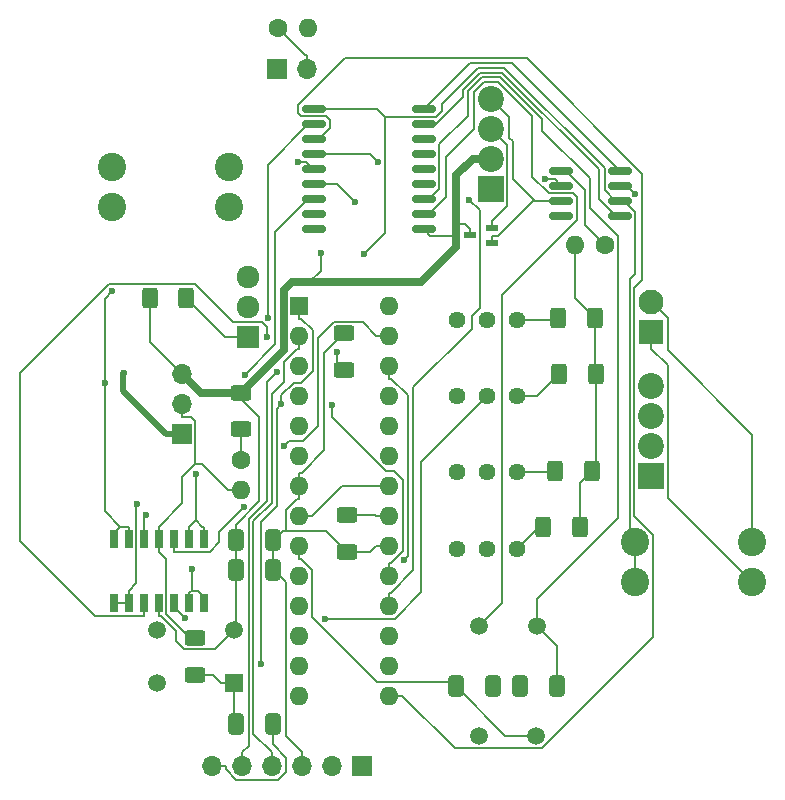
<source format=gbr>
%TF.GenerationSoftware,KiCad,Pcbnew,8.0.1-rc1*%
%TF.CreationDate,2024-08-05T15:18:58-07:00*%
%TF.ProjectId,AMS - CANBus Sensor - Voltage,414d5320-2d20-4434-914e-427573205365,rev?*%
%TF.SameCoordinates,Original*%
%TF.FileFunction,Copper,L2,Bot*%
%TF.FilePolarity,Positive*%
%FSLAX46Y46*%
G04 Gerber Fmt 4.6, Leading zero omitted, Abs format (unit mm)*
G04 Created by KiCad (PCBNEW 8.0.1-rc1) date 2024-08-05 15:18:58*
%MOMM*%
%LPD*%
G01*
G04 APERTURE LIST*
G04 Aperture macros list*
%AMRoundRect*
0 Rectangle with rounded corners*
0 $1 Rounding radius*
0 $2 $3 $4 $5 $6 $7 $8 $9 X,Y pos of 4 corners*
0 Add a 4 corners polygon primitive as box body*
4,1,4,$2,$3,$4,$5,$6,$7,$8,$9,$2,$3,0*
0 Add four circle primitives for the rounded corners*
1,1,$1+$1,$2,$3*
1,1,$1+$1,$4,$5*
1,1,$1+$1,$6,$7*
1,1,$1+$1,$8,$9*
0 Add four rect primitives between the rounded corners*
20,1,$1+$1,$2,$3,$4,$5,0*
20,1,$1+$1,$4,$5,$6,$7,0*
20,1,$1+$1,$6,$7,$8,$9,0*
20,1,$1+$1,$8,$9,$2,$3,0*%
G04 Aperture macros list end*
%TA.AperFunction,ComponentPad*%
%ADD10C,1.440000*%
%TD*%
%TA.AperFunction,ComponentPad*%
%ADD11R,2.100000X2.100000*%
%TD*%
%TA.AperFunction,ComponentPad*%
%ADD12C,2.100000*%
%TD*%
%TA.AperFunction,ComponentPad*%
%ADD13C,1.600000*%
%TD*%
%TA.AperFunction,ComponentPad*%
%ADD14O,1.600000X1.600000*%
%TD*%
%TA.AperFunction,ComponentPad*%
%ADD15R,2.200000X2.200000*%
%TD*%
%TA.AperFunction,ComponentPad*%
%ADD16C,2.200000*%
%TD*%
%TA.AperFunction,ComponentPad*%
%ADD17R,1.700000X1.700000*%
%TD*%
%TA.AperFunction,ComponentPad*%
%ADD18O,1.700000X1.700000*%
%TD*%
%TA.AperFunction,ComponentPad*%
%ADD19C,2.400000*%
%TD*%
%TA.AperFunction,ComponentPad*%
%ADD20R,1.600000X1.600000*%
%TD*%
%TA.AperFunction,ComponentPad*%
%ADD21R,1.920000X1.920000*%
%TD*%
%TA.AperFunction,ComponentPad*%
%ADD22C,1.920000*%
%TD*%
%TA.AperFunction,ComponentPad*%
%ADD23C,1.500000*%
%TD*%
%TA.AperFunction,ComponentPad*%
%ADD24R,1.500000X1.500000*%
%TD*%
%TA.AperFunction,SMDPad,CuDef*%
%ADD25RoundRect,0.250000X-0.412500X-0.650000X0.412500X-0.650000X0.412500X0.650000X-0.412500X0.650000X0*%
%TD*%
%TA.AperFunction,SMDPad,CuDef*%
%ADD26RoundRect,0.150000X0.825000X0.150000X-0.825000X0.150000X-0.825000X-0.150000X0.825000X-0.150000X0*%
%TD*%
%TA.AperFunction,SMDPad,CuDef*%
%ADD27RoundRect,0.250000X-0.400000X-0.625000X0.400000X-0.625000X0.400000X0.625000X-0.400000X0.625000X0*%
%TD*%
%TA.AperFunction,SMDPad,CuDef*%
%ADD28RoundRect,0.250000X0.400000X0.625000X-0.400000X0.625000X-0.400000X-0.625000X0.400000X-0.625000X0*%
%TD*%
%TA.AperFunction,SMDPad,CuDef*%
%ADD29RoundRect,0.250000X-0.625000X0.400000X-0.625000X-0.400000X0.625000X-0.400000X0.625000X0.400000X0*%
%TD*%
%TA.AperFunction,SMDPad,CuDef*%
%ADD30RoundRect,0.250000X0.412500X0.650000X-0.412500X0.650000X-0.412500X-0.650000X0.412500X-0.650000X0*%
%TD*%
%TA.AperFunction,SMDPad,CuDef*%
%ADD31RoundRect,0.150000X0.875000X0.150000X-0.875000X0.150000X-0.875000X-0.150000X0.875000X-0.150000X0*%
%TD*%
%TA.AperFunction,SMDPad,CuDef*%
%ADD32R,0.650000X1.525000*%
%TD*%
%TA.AperFunction,SMDPad,CuDef*%
%ADD33RoundRect,0.250000X0.625000X-0.400000X0.625000X0.400000X-0.625000X0.400000X-0.625000X-0.400000X0*%
%TD*%
%TA.AperFunction,SMDPad,CuDef*%
%ADD34R,1.000000X0.550000*%
%TD*%
%TA.AperFunction,ViaPad*%
%ADD35C,0.600000*%
%TD*%
%TA.AperFunction,Conductor*%
%ADD36C,0.635000*%
%TD*%
%TA.AperFunction,Conductor*%
%ADD37C,0.200000*%
%TD*%
%TA.AperFunction,Conductor*%
%ADD38C,0.508000*%
%TD*%
G04 APERTURE END LIST*
D10*
%TO.P,RV2,1,1*%
%TO.N,Net-(J2-Pin_2)*%
X154274400Y-95885200D03*
%TO.P,RV2,2,2*%
%TO.N,/BufferedADC/ADCIN2*%
X156814400Y-95885200D03*
%TO.P,RV2,3,3*%
%TO.N,Net-(R9-Pad1)*%
X159354400Y-95885200D03*
%TD*%
D11*
%TO.P,J6,1,Pin_1*%
%TO.N,Net-(J6-Pin_1)*%
X170718000Y-84022300D03*
D12*
%TO.P,J6,2,Pin_2*%
%TO.N,Net-(J6-Pin_2)*%
X170718000Y-81482300D03*
%TD*%
D10*
%TO.P,RV3,1,1*%
%TO.N,Net-(J2-Pin_3)*%
X154274400Y-89435200D03*
%TO.P,RV3,2,2*%
%TO.N,/BufferedADC/ADCIN3*%
X156814400Y-89435200D03*
%TO.P,RV3,3,3*%
%TO.N,Net-(R8-Pad1)*%
X159354400Y-89435200D03*
%TD*%
D13*
%TO.P,R7,1*%
%TO.N,Net-(J5-Pin_2)*%
X139116100Y-58260700D03*
D14*
%TO.P,R7,2*%
%TO.N,CANBUS_L*%
X141656100Y-58260700D03*
%TD*%
D15*
%TO.P,J1,1,Pin_1*%
%TO.N,Net-(J1-Pin_1)*%
X157148000Y-71872800D03*
D16*
%TO.P,J1,2,Pin_2*%
%TO.N,GND*%
X157148000Y-69332800D03*
%TO.P,J1,3,Pin_3*%
%TO.N,CANBUS_H*%
X157148000Y-66792800D03*
%TO.P,J1,4,Pin_4*%
%TO.N,CANBUS_L*%
X157148000Y-64252800D03*
%TD*%
D13*
%TO.P,NTC1,1*%
%TO.N,/BareMinAtmel328P/PC0-A0*%
X135965600Y-94809500D03*
D14*
%TO.P,NTC1,2*%
%TO.N,+5V*%
X135965600Y-97349500D03*
%TD*%
D17*
%TO.P,J3,1,Pin_1*%
%TO.N,GND*%
X146254600Y-120744200D03*
D18*
%TO.P,J3,2,Pin_2*%
%TO.N,unconnected-(J3-Pin_2-Pad2)*%
X143714600Y-120744200D03*
%TO.P,J3,3,Pin_3*%
%TO.N,+5V*%
X141174600Y-120744200D03*
%TO.P,J3,4,Pin_4*%
%TO.N,/BareMinAtmel328P/PD0-RX*%
X138634600Y-120744200D03*
%TO.P,J3,5,Pin_5*%
%TO.N,/BareMinAtmel328P/PD1-TX*%
X136094600Y-120744200D03*
%TO.P,J3,6,Pin_6*%
%TO.N,Net-(J3-Pin_6)*%
X133554600Y-120744200D03*
%TD*%
D10*
%TO.P,RV1,1,1*%
%TO.N,Net-(J2-Pin_1)*%
X154274400Y-102335200D03*
%TO.P,RV1,2,2*%
%TO.N,/BufferedADC/ADCIN1*%
X156814400Y-102335200D03*
%TO.P,RV1,3,3*%
%TO.N,Net-(R14-Pad1)*%
X159354400Y-102335200D03*
%TD*%
D19*
%TO.P,U5,1,1*%
%TO.N,Net-(Q1-Pad3)*%
X134999500Y-70018000D03*
%TO.P,U5,2,2*%
X134999500Y-73418000D03*
%TO.P,U5,3,3*%
%TO.N,+VDC*%
X125079500Y-70018000D03*
%TO.P,U5,4,4*%
X125079500Y-73418000D03*
%TD*%
D13*
%TO.P,R6,1*%
%TO.N,Net-(U4-Rs)*%
X166799100Y-76611000D03*
D14*
%TO.P,R6,2*%
%TO.N,GND*%
X164259100Y-76611000D03*
%TD*%
D17*
%TO.P,Powerboard1,1,Pin_1*%
%TO.N,+VDC*%
X130976300Y-92602600D03*
D18*
%TO.P,Powerboard1,2,Pin_2*%
%TO.N,+5V*%
X130976300Y-90062600D03*
%TO.P,Powerboard1,3,Pin_3*%
%TO.N,GND*%
X130976300Y-87522600D03*
%TD*%
D20*
%TO.P,U2,1,~{RESET}/PC6*%
%TO.N,/BareMinAtmel328P/RESET*%
X140929500Y-81761800D03*
D14*
%TO.P,U2,2,PD0*%
%TO.N,/BareMinAtmel328P/PD0-RX*%
X140929500Y-84301800D03*
%TO.P,U2,3,PD1*%
%TO.N,/BareMinAtmel328P/PD1-TX*%
X140929500Y-86841800D03*
%TO.P,U2,4,PD2*%
%TO.N,/BareMinAtmel328P/PD2-D2*%
X140929500Y-89381800D03*
%TO.P,U2,5,PD3*%
%TO.N,/BareMinAtmel328P/PD3-D3*%
X140929500Y-91921800D03*
%TO.P,U2,6,PD4*%
%TO.N,/BareMinAtmel328P/PD4-D4*%
X140929500Y-94461800D03*
%TO.P,U2,7,VCC*%
%TO.N,+5V*%
X140929500Y-97001800D03*
%TO.P,U2,8,GND*%
%TO.N,GND*%
X140929500Y-99541800D03*
%TO.P,U2,9,XTAL1/PB6*%
%TO.N,Net-(U2-XTAL1{slash}PB6)*%
X140929500Y-102081800D03*
%TO.P,U2,10,XTAL2/PB7*%
%TO.N,Net-(U2-XTAL2{slash}PB7)*%
X140929500Y-104621800D03*
%TO.P,U2,11,PD5*%
%TO.N,/BareMinAtmel328P/PD5-D5*%
X140929500Y-107161800D03*
%TO.P,U2,12,PD6*%
%TO.N,/BareMinAtmel328P/PD6-D6*%
X140929500Y-109701800D03*
%TO.P,U2,13,PD7*%
%TO.N,/BareMinAtmel328P/PD7-D7*%
X140929500Y-112241800D03*
%TO.P,U2,14,PB0*%
%TO.N,/BareMinAtmel328P/PB0-D8*%
X140929500Y-114781800D03*
%TO.P,U2,15,PB1*%
%TO.N,/BareMinAtmel328P/PB1-D9*%
X148549500Y-114781800D03*
%TO.P,U2,16,PB2*%
%TO.N,/BareMinAtmel328P/PB2-D10-SS*%
X148549500Y-112241800D03*
%TO.P,U2,17,PB3*%
%TO.N,/BareMinAtmel328P/PB3-D11-MOSI*%
X148549500Y-109701800D03*
%TO.P,U2,18,PB4*%
%TO.N,/BareMinAtmel328P/PB4-D12-MISO*%
X148549500Y-107161800D03*
%TO.P,U2,19,PB5*%
%TO.N,/BareMinAtmel328P/PB5-D13-SCK*%
X148549500Y-104621800D03*
%TO.P,U2,20,AVCC*%
%TO.N,+5V*%
X148549500Y-102081800D03*
%TO.P,U2,21,AREF*%
%TO.N,/BareMinAtmel328P/AREF*%
X148549500Y-99541800D03*
%TO.P,U2,22,GND*%
%TO.N,GND*%
X148549500Y-97001800D03*
%TO.P,U2,23,PC0*%
%TO.N,/BareMinAtmel328P/PC0-A0*%
X148549500Y-94461800D03*
%TO.P,U2,24,PC1*%
%TO.N,/BareMinAtmel328P/PC1-A1*%
X148549500Y-91921800D03*
%TO.P,U2,25,PC2*%
%TO.N,/BareMinAtmel328P/PC2-A2*%
X148549500Y-89381800D03*
%TO.P,U2,26,PC3*%
%TO.N,/BareMinAtmel328P/PC3-A3*%
X148549500Y-86841800D03*
%TO.P,U2,27,PC4*%
%TO.N,/BareMinAtmel328P/PC4-A4-SDA*%
X148549500Y-84301800D03*
%TO.P,U2,28,PC5*%
%TO.N,/BareMinAtmel328P/PC5-A5-SCL*%
X148549500Y-81761800D03*
%TD*%
D17*
%TO.P,J5,1,Pin_1*%
%TO.N,CANBUS_H*%
X139049600Y-61738500D03*
D18*
%TO.P,J5,2,Pin_2*%
%TO.N,Net-(J5-Pin_2)*%
X141589600Y-61738500D03*
%TD*%
D21*
%TO.P,Q1,1*%
%TO.N,Net-(Q1-Pad1)*%
X136586000Y-84423600D03*
D22*
%TO.P,Q1,2*%
%TO.N,Net-(J1-Pin_1)*%
X136586000Y-81883600D03*
%TO.P,Q1,3*%
%TO.N,Net-(Q1-Pad3)*%
X136586000Y-79343600D03*
%TD*%
D15*
%TO.P,J2,1,Pin_1*%
%TO.N,Net-(J2-Pin_1)*%
X170699000Y-96212100D03*
D16*
%TO.P,J2,2,Pin_2*%
%TO.N,Net-(J2-Pin_2)*%
X170699000Y-93672100D03*
%TO.P,J2,3,Pin_3*%
%TO.N,Net-(J2-Pin_3)*%
X170699000Y-91132100D03*
%TO.P,J2,4,Pin_4*%
%TO.N,Net-(J2-Pin_4)*%
X170699000Y-88592100D03*
%TD*%
D10*
%TO.P,RV4,1,1*%
%TO.N,Net-(J2-Pin_4)*%
X154274400Y-82985200D03*
%TO.P,RV4,2,2*%
%TO.N,/BufferedADC/ADCIN4*%
X156814400Y-82985200D03*
%TO.P,RV4,3,3*%
%TO.N,Net-(R15-Pad1)*%
X159354400Y-82985200D03*
%TD*%
D23*
%TO.P,Y2,1,1*%
%TO.N,Net-(U3-OSC1)*%
X156129700Y-108923600D03*
%TO.P,Y2,2,2*%
%TO.N,Net-(U3-OSC2)*%
X161009700Y-108923600D03*
%TD*%
D24*
%TO.P,Reset1,1,NO_1*%
%TO.N,/BareMinAtmel328P/RESET*%
X135385300Y-113752500D03*
D23*
%TO.P,Reset1,2,NO_2*%
%TO.N,unconnected-(Reset1-NO_2-Pad2)*%
X128885300Y-113752500D03*
%TO.P,Reset1,3,COM_1*%
%TO.N,GND*%
X135385300Y-109252500D03*
%TO.P,Reset1,4,COM_2*%
%TO.N,unconnected-(Reset1-COM_2-Pad4)*%
X128885300Y-109252500D03*
%TD*%
%TO.P,Y1,1,1*%
%TO.N,Net-(U2-XTAL2{slash}PB7)*%
X156104800Y-118178000D03*
%TO.P,Y1,2,2*%
%TO.N,Net-(U2-XTAL1{slash}PB6)*%
X160984800Y-118178000D03*
%TD*%
D19*
%TO.P,U1,1,1*%
%TO.N,Net-(J6-Pin_2)*%
X179270500Y-101766200D03*
%TO.P,U1,2,2*%
%TO.N,Net-(J6-Pin_1)*%
X179270500Y-105166200D03*
%TO.P,U1,3,3*%
%TO.N,+5V*%
X169350500Y-101766200D03*
%TO.P,U1,4,4*%
X169350500Y-105166200D03*
%TD*%
D25*
%TO.P,C2,1*%
%TO.N,Net-(U2-XTAL1{slash}PB6)*%
X154199500Y-114008300D03*
%TO.P,C2,2*%
%TO.N,GND*%
X157324500Y-114008300D03*
%TD*%
D26*
%TO.P,U4,1,TXD*%
%TO.N,/CANBUS-MCP2515/TXtoCANTC*%
X168068800Y-70361000D03*
%TO.P,U4,2,VSS*%
%TO.N,GND*%
X168068800Y-71631000D03*
%TO.P,U4,3,VDD*%
%TO.N,+5V*%
X168068800Y-72901000D03*
%TO.P,U4,4,RXD*%
%TO.N,/CANBUS-MCP2515/RXtoCANTC*%
X168068800Y-74171000D03*
%TO.P,U4,5,Vref*%
%TO.N,unconnected-(U4-Vref-Pad5)*%
X163118800Y-74171000D03*
%TO.P,U4,6,CANL*%
%TO.N,CANBUS_L*%
X163118800Y-72901000D03*
%TO.P,U4,7,CANH*%
%TO.N,CANBUS_H*%
X163118800Y-71631000D03*
%TO.P,U4,8,Rs*%
%TO.N,Net-(U4-Rs)*%
X163118800Y-70361000D03*
%TD*%
D27*
%TO.P,R8,1*%
%TO.N,Net-(R8-Pad1)*%
X162938988Y-87547934D03*
%TO.P,R8,2*%
%TO.N,GND*%
X166038988Y-87547934D03*
%TD*%
D28*
%TO.P,R1,1*%
%TO.N,Net-(Q1-Pad1)*%
X131364300Y-81129300D03*
%TO.P,R1,2*%
%TO.N,GND*%
X128264300Y-81129300D03*
%TD*%
D29*
%TO.P,R4,1*%
%TO.N,+5V*%
X132096400Y-109912300D03*
%TO.P,R4,2*%
%TO.N,/BareMinAtmel328P/RESET*%
X132096400Y-113012300D03*
%TD*%
D27*
%TO.P,R15,1*%
%TO.N,Net-(R15-Pad1)*%
X162833854Y-82820428D03*
%TO.P,R15,2*%
%TO.N,GND*%
X165933854Y-82820428D03*
%TD*%
D30*
%TO.P,C4,1*%
%TO.N,Net-(U3-OSC2)*%
X162702000Y-113983400D03*
%TO.P,C4,2*%
%TO.N,GND*%
X159577000Y-113983400D03*
%TD*%
D31*
%TO.P,U3,1,TXCAN*%
%TO.N,/CANBUS-MCP2515/TXtoCANTC*%
X151455100Y-65127000D03*
%TO.P,U3,2,RXCAN*%
%TO.N,/CANBUS-MCP2515/RXtoCANTC*%
X151455100Y-66397000D03*
%TO.P,U3,3,CLKOUT/SOF*%
%TO.N,unconnected-(U3-CLKOUT{slash}SOF-Pad3)*%
X151455100Y-67667000D03*
%TO.P,U3,4,~{TX0RTS}*%
%TO.N,unconnected-(U3-~{TX0RTS}-Pad4)*%
X151455100Y-68937000D03*
%TO.P,U3,5,~{TX1RTS}*%
%TO.N,unconnected-(U3-~{TX1RTS}-Pad5)*%
X151455100Y-70207000D03*
%TO.P,U3,6,~{TX2RTS}*%
%TO.N,unconnected-(U3-~{TX2RTS}-Pad6)*%
X151455100Y-71477000D03*
%TO.P,U3,7,OSC2*%
%TO.N,Net-(U3-OSC2)*%
X151455100Y-72747000D03*
%TO.P,U3,8,OSC1*%
%TO.N,Net-(U3-OSC1)*%
X151455100Y-74017000D03*
%TO.P,U3,9,VSS*%
%TO.N,GND*%
X151455100Y-75287000D03*
%TO.P,U3,10,~{RX1BF}*%
%TO.N,unconnected-(U3-~{RX1BF}-Pad10)*%
X142155100Y-75287000D03*
%TO.P,U3,11,~{RX0BF}*%
%TO.N,unconnected-(U3-~{RX0BF}-Pad11)*%
X142155100Y-74017000D03*
%TO.P,U3,12,~{INT}*%
%TO.N,/BareMinAtmel328P/PD2-D2*%
X142155100Y-72747000D03*
%TO.P,U3,13,SCK*%
%TO.N,/BareMinAtmel328P/PB5-D13-SCK*%
X142155100Y-71477000D03*
%TO.P,U3,14,SI*%
%TO.N,/BareMinAtmel328P/PB3-D11-MOSI*%
X142155100Y-70207000D03*
%TO.P,U3,15,SO*%
%TO.N,/BareMinAtmel328P/PB4-D12-MISO*%
X142155100Y-68937000D03*
%TO.P,U3,16,~{CS}*%
%TO.N,/BareMinAtmel328P/PB1-D9*%
X142155100Y-67667000D03*
%TO.P,U3,17,~{RESET}*%
%TO.N,Net-(U3-~{RESET})*%
X142155100Y-66397000D03*
%TO.P,U3,18,VDD*%
%TO.N,+5V*%
X142155100Y-65127000D03*
%TD*%
D32*
%TO.P,IC2,1,OUT_A*%
%TO.N,/BareMinAtmel328P/PC1-A1*%
X125213300Y-101541300D03*
%TO.P,IC2,2,-IN_A*%
X126483300Y-101541300D03*
%TO.P,IC2,3,+IN_A*%
%TO.N,/BufferedADC/ADCIN1*%
X127753300Y-101541300D03*
%TO.P,IC2,4,V+*%
%TO.N,+5V*%
X129023300Y-101541300D03*
%TO.P,IC2,5,+IN_B*%
%TO.N,/BufferedADC/ADCIN2*%
X130293300Y-101541300D03*
%TO.P,IC2,6,-IN_B*%
%TO.N,/BareMinAtmel328P/PC2-A2*%
X131563300Y-101541300D03*
%TO.P,IC2,7,OUT_B*%
X132833300Y-101541300D03*
%TO.P,IC2,8,OUT_C*%
%TO.N,/BareMinAtmel328P/PC3-A3*%
X132833300Y-106965300D03*
%TO.P,IC2,9,-IN_C*%
X131563300Y-106965300D03*
%TO.P,IC2,10,+IN_C*%
%TO.N,/BufferedADC/ADCIN3*%
X130293300Y-106965300D03*
%TO.P,IC2,11,V-*%
%TO.N,GND*%
X129023300Y-106965300D03*
%TO.P,IC2,12,+IN_D*%
%TO.N,/BufferedADC/ADCIN4*%
X127753300Y-106965300D03*
%TO.P,IC2,13,-IN_D*%
%TO.N,/BareMinAtmel328P/PC4-A4-SDA*%
X126483300Y-106965300D03*
%TO.P,IC2,14,OUT_D*%
X125213300Y-106965300D03*
%TD*%
D33*
%TO.P,R5,1*%
%TO.N,Net-(U3-~{RESET})*%
X144703000Y-87196800D03*
%TO.P,R5,2*%
%TO.N,+5V*%
X144703000Y-84096800D03*
%TD*%
D29*
%TO.P,R3,1*%
%TO.N,GND*%
X135973000Y-89148700D03*
%TO.P,R3,2*%
%TO.N,/BareMinAtmel328P/PC0-A0*%
X135973000Y-92248700D03*
%TD*%
D30*
%TO.P,C1,1*%
%TO.N,Net-(J3-Pin_6)*%
X138717100Y-117199700D03*
%TO.P,C1,2*%
%TO.N,/BareMinAtmel328P/RESET*%
X135592100Y-117199700D03*
%TD*%
D27*
%TO.P,R14,1*%
%TO.N,Net-(R14-Pad1)*%
X161571669Y-100494307D03*
%TO.P,R14,2*%
%TO.N,GND*%
X164671669Y-100494307D03*
%TD*%
%TO.P,R9,1*%
%TO.N,Net-(R9-Pad1)*%
X162578429Y-95803791D03*
%TO.P,R9,2*%
%TO.N,GND*%
X165678429Y-95803791D03*
%TD*%
D29*
%TO.P,R2,1*%
%TO.N,/BareMinAtmel328P/AREF*%
X144995600Y-99509000D03*
%TO.P,R2,2*%
%TO.N,+5V*%
X144995600Y-102609000D03*
%TD*%
D30*
%TO.P,C7,1*%
%TO.N,+5V*%
X138719800Y-104115600D03*
%TO.P,C7,2*%
%TO.N,GND*%
X135594800Y-104115600D03*
%TD*%
D34*
%TO.P,D1,1,CATHODE_1*%
%TO.N,CANBUS_H*%
X157281400Y-75173600D03*
%TO.P,D1,2,CATHODE_2*%
%TO.N,CANBUS_L*%
X157281400Y-76473600D03*
%TO.P,D1,3,COMMON_ANODE*%
%TO.N,GND*%
X155381400Y-75823600D03*
%TD*%
D30*
%TO.P,C6,1*%
%TO.N,+5V*%
X138716100Y-101645700D03*
%TO.P,C6,2*%
%TO.N,GND*%
X135591100Y-101645700D03*
%TD*%
D35*
%TO.N,GND*%
X142731000Y-77345500D03*
X159518385Y-113990557D03*
X157333210Y-114086083D03*
X169353400Y-72279100D03*
X165696705Y-95807912D03*
X128264300Y-81129300D03*
%TO.N,/BareMinAtmel328P/RESET*%
X137680800Y-112109500D03*
X139412900Y-90090200D03*
%TO.N,+5V*%
X146363000Y-77411600D03*
%TO.N,CANBUS_H*%
X161751100Y-71076900D03*
%TO.N,/BareMinAtmel328P/PB5-D13-SCK*%
X143662900Y-90187300D03*
X145655000Y-73007800D03*
%TO.N,/BareMinAtmel328P/PB3-D11-MOSI*%
X140841600Y-69572800D03*
%TO.N,/BareMinAtmel328P/PB4-D12-MISO*%
X155286500Y-72793000D03*
X147573100Y-69572800D03*
%TO.N,/BareMinAtmel328P/PD1-TX*%
X139003500Y-87413600D03*
%TO.N,+VDC*%
X126045474Y-87511756D03*
%TO.N,/BareMinAtmel328P/PC2-A2*%
X132141600Y-95989900D03*
%TO.N,/BareMinAtmel328P/PC4-A4-SDA*%
X127193900Y-98603800D03*
X139621500Y-93677800D03*
%TO.N,/BareMinAtmel328P/PC1-A1*%
X125084400Y-80536500D03*
X124449400Y-88316000D03*
%TO.N,/BareMinAtmel328P/PC3-A3*%
X131858400Y-104059800D03*
X149825400Y-103291200D03*
%TO.N,/BareMinAtmel328P/PD2-D2*%
X136310900Y-87602100D03*
%TO.N,/BufferedADC/ADCIN1*%
X127951700Y-99482800D03*
%TO.N,/BufferedADC/ADCIN4*%
X138191700Y-84428000D03*
%TO.N,/BufferedADC/ADCIN2*%
X136258300Y-98791500D03*
%TO.N,/BufferedADC/ADCIN3*%
X143080800Y-108286200D03*
X131227600Y-108236900D03*
%TO.N,Net-(U3-~{RESET})*%
X144151400Y-85701100D03*
X138264400Y-82791700D03*
%TD*%
D36*
%TO.N,GND*%
X151245000Y-79789200D02*
X154187000Y-76848000D01*
D37*
X164671669Y-96810551D02*
X165674308Y-95807912D01*
X166038988Y-87547934D02*
X166038988Y-95443232D01*
X168705300Y-71631000D02*
X169353400Y-72279100D01*
X165933854Y-82820428D02*
X165933854Y-87442800D01*
X165674308Y-95807912D02*
X165696705Y-95807912D01*
X152004700Y-75836600D02*
X151455100Y-75287000D01*
X128264300Y-84810600D02*
X130976300Y-87522600D01*
D36*
X139612000Y-85509700D02*
X139612000Y-80444300D01*
X139612000Y-80444300D02*
X140267000Y-79789200D01*
D37*
X137555300Y-98347300D02*
X135591100Y-100311500D01*
X164259100Y-81145674D02*
X165933854Y-82820428D01*
D36*
X154187000Y-76848000D02*
X154187000Y-75836600D01*
D37*
X164259100Y-76611000D02*
X164259100Y-81145674D01*
D36*
X132602400Y-89148700D02*
X130976300Y-87522600D01*
D37*
X159354400Y-113760800D02*
X159518385Y-113990557D01*
X131184300Y-110865800D02*
X133772000Y-110865800D01*
X144571200Y-97001800D02*
X142031200Y-99541800D01*
D36*
X135973000Y-89148700D02*
X139612000Y-85509700D01*
D37*
X129023300Y-108029500D02*
X129202500Y-108029500D01*
X140929500Y-99541800D02*
X142031200Y-99541800D01*
X151729900Y-75561800D02*
X151455100Y-75287000D01*
X130478300Y-110159800D02*
X131184300Y-110865800D01*
D36*
X155592000Y-69332800D02*
X157148000Y-69332800D01*
D37*
X129202500Y-108029500D02*
X130478300Y-109305300D01*
D36*
X140267000Y-79789200D02*
X141773900Y-79789200D01*
D37*
X128264300Y-81160478D02*
X128264300Y-84810600D01*
D36*
X154187000Y-75836600D02*
X154187000Y-74825200D01*
D37*
X154959700Y-74825200D02*
X155381400Y-75246900D01*
X130478300Y-109305300D02*
X130478300Y-110159800D01*
X148549500Y-97001800D02*
X144571200Y-97001800D01*
X154187000Y-75836600D02*
X152004700Y-75836600D01*
X165696705Y-95807912D02*
X165696705Y-95785515D01*
X142731000Y-78832100D02*
X142731000Y-77345500D01*
X133772000Y-110865800D02*
X135385300Y-109252500D01*
X135485000Y-89148700D02*
X137555300Y-91219000D01*
D36*
X135973000Y-89148700D02*
X132602400Y-89148700D01*
D37*
X151730000Y-75561800D02*
X151729900Y-75561800D01*
X141773900Y-79789200D02*
X142731000Y-78832100D01*
D36*
X154187000Y-74825200D02*
X154187000Y-70738600D01*
D37*
X137555300Y-91219000D02*
X137555300Y-98347300D01*
X165696705Y-95785515D02*
X165678429Y-95803791D01*
X154187000Y-74825200D02*
X154959700Y-74825200D01*
X129023300Y-107477400D02*
X129023300Y-108029500D01*
D36*
X154187000Y-70738600D02*
X155592000Y-69332800D01*
D37*
X135594800Y-104115600D02*
X135594800Y-109043000D01*
X128264300Y-81129300D02*
X128264300Y-81139082D01*
X135591100Y-100311500D02*
X135591100Y-101645700D01*
D36*
X141773900Y-79789200D02*
X151245000Y-79789200D01*
D37*
X164671669Y-100494307D02*
X164671669Y-96810551D01*
X135594800Y-101649400D02*
X135594800Y-104115600D01*
X155381400Y-75823600D02*
X155381400Y-75246900D01*
%TO.N,/BareMinAtmel328P/RESET*%
X141067200Y-82863500D02*
X142051200Y-83847500D01*
X142051200Y-83847500D02*
X142051200Y-87336600D01*
X135385300Y-113752500D02*
X134333600Y-113752500D01*
X140929500Y-82863500D02*
X141067200Y-82863500D01*
X139006500Y-98741500D02*
X137680800Y-100067200D01*
X141107700Y-88280100D02*
X140473100Y-88280100D01*
X142051200Y-87336600D02*
X141107700Y-88280100D01*
X135385300Y-116992900D02*
X135385300Y-113752500D01*
X139412900Y-90090200D02*
X139006500Y-90496600D01*
X139412900Y-89340300D02*
X139412900Y-90090200D01*
X133593400Y-113012300D02*
X134333600Y-113752500D01*
X139006500Y-90496600D02*
X139006500Y-98741500D01*
X132096400Y-113012300D02*
X133593400Y-113012300D01*
X140473100Y-88280100D02*
X139412900Y-89340300D01*
X137680800Y-100067200D02*
X137680800Y-112109500D01*
X140929500Y-81761800D02*
X140929500Y-82863500D01*
%TO.N,+5V*%
X139796400Y-100811800D02*
X139553700Y-100811800D01*
X129650000Y-103232200D02*
X129650000Y-107855800D01*
X129023300Y-101009200D02*
X129023300Y-100477100D01*
X169369500Y-79072700D02*
X168891900Y-79550300D01*
X132069800Y-95210900D02*
X131018500Y-96262200D01*
X168891900Y-79550300D02*
X168891900Y-101307600D01*
X158287000Y-61643500D02*
X166771400Y-70127900D01*
X143032800Y-94025100D02*
X143032800Y-85767000D01*
X148549500Y-102081800D02*
X147447800Y-102081800D01*
X132131400Y-95210900D02*
X132069800Y-95210900D01*
X139788000Y-118205900D02*
X139788000Y-105183800D01*
X131790800Y-91214300D02*
X132131400Y-91554900D01*
X139796400Y-99056800D02*
X139796400Y-100811800D01*
X141174600Y-120744200D02*
X141174600Y-119592500D01*
X147539800Y-65127000D02*
X148174800Y-65762000D01*
X129023300Y-102605500D02*
X129650000Y-103232200D01*
X143198400Y-100811800D02*
X139796400Y-100811800D01*
X152974400Y-65316900D02*
X152974400Y-64690400D01*
X132131400Y-91554900D02*
X132131400Y-95210900D01*
X135965600Y-97349500D02*
X134863900Y-97349500D01*
X141174600Y-119592500D02*
X139788000Y-118205900D01*
X152974400Y-64690400D02*
X156021300Y-61643500D01*
X169369500Y-73849700D02*
X169369500Y-79072700D01*
X130976300Y-91214300D02*
X131790800Y-91214300D01*
X129650000Y-107855800D02*
X131706500Y-109912300D01*
X143032800Y-85767000D02*
X144703000Y-84096800D01*
X166771400Y-70127900D02*
X166771400Y-71977200D01*
X140929500Y-97001800D02*
X140929500Y-98103500D01*
X140749700Y-98103500D02*
X139796400Y-99056800D01*
X168420800Y-72901000D02*
X169369500Y-73849700D01*
X130976300Y-90062600D02*
X130976300Y-91214300D01*
X144995600Y-102609000D02*
X143198400Y-100811800D01*
X131018500Y-98481900D02*
X129023300Y-100477100D01*
X140929500Y-95900100D02*
X141157800Y-95900100D01*
X134863900Y-97349500D02*
X132725300Y-95210900D01*
X139788000Y-105183800D02*
X138719800Y-104115600D01*
X140929500Y-98103500D02*
X140749700Y-98103500D01*
X141157800Y-95900100D02*
X143032800Y-94025100D01*
X148174800Y-65762000D02*
X148174800Y-75599800D01*
X129023300Y-101541300D02*
X129023300Y-102605500D01*
X140929500Y-96450900D02*
X140929500Y-95900100D01*
X152529300Y-65762000D02*
X152974400Y-65316900D01*
X132725300Y-95210900D02*
X132131400Y-95210900D01*
X146920600Y-102609000D02*
X144995600Y-102609000D01*
X139553700Y-100811800D02*
X138719800Y-101645700D01*
X142155100Y-65127000D02*
X147539800Y-65127000D01*
X138719800Y-101645700D02*
X138719800Y-104115600D01*
X166771400Y-71977200D02*
X167695200Y-72901000D01*
X131018500Y-96262200D02*
X131018500Y-98481900D01*
X147447800Y-102081800D02*
X146920600Y-102609000D01*
X156021300Y-61643500D02*
X158287000Y-61643500D01*
X169350500Y-105166200D02*
X169350500Y-101766200D01*
X148174800Y-65762000D02*
X152529300Y-65762000D01*
X148174800Y-75599800D02*
X146363000Y-77411600D01*
%TO.N,CANBUS_L*%
X163118800Y-72901000D02*
X160854000Y-72901000D01*
X157281400Y-75896900D02*
X157786000Y-75896900D01*
X157281400Y-76473600D02*
X157281400Y-75896900D01*
X158701900Y-65830000D02*
X158701900Y-67556900D01*
X159012000Y-71059000D02*
X160818000Y-72864900D01*
X159012000Y-67867000D02*
X159012000Y-71059000D01*
X158701900Y-67556900D02*
X159012000Y-67867000D01*
X160854000Y-72901000D02*
X160818000Y-72864900D01*
X158500200Y-65605000D02*
X158500200Y-65628300D01*
X158500200Y-65628300D02*
X158701900Y-65830000D01*
X157786000Y-75896900D02*
X160818000Y-72864900D01*
X157148000Y-64252800D02*
X158500200Y-65605000D01*
%TO.N,CANBUS_H*%
X162564700Y-71076900D02*
X161751100Y-71076900D01*
X157281400Y-75173600D02*
X157281400Y-74596900D01*
X158549700Y-73328600D02*
X157281400Y-74596900D01*
X163118800Y-71631000D02*
X162564700Y-71076900D01*
X157148000Y-66792800D02*
X158549700Y-68194500D01*
X158549700Y-68194500D02*
X158549700Y-73328600D01*
%TO.N,/BareMinAtmel328P/PB5-D13-SCK*%
X148909400Y-95731800D02*
X148228700Y-95731800D01*
X143662900Y-91166000D02*
X143662900Y-90187300D01*
X149684600Y-96507000D02*
X148909400Y-95731800D01*
X148549500Y-103520100D02*
X148697700Y-103520100D01*
X142155100Y-71477000D02*
X144124200Y-71477000D01*
X144124200Y-71477000D02*
X145655000Y-73007800D01*
X148228700Y-95731800D02*
X143662900Y-91166000D01*
X148697700Y-103520100D02*
X149684600Y-102533200D01*
X148549500Y-104621800D02*
X148549500Y-103520100D01*
X149684600Y-102533200D02*
X149684600Y-96507000D01*
%TO.N,/BareMinAtmel328P/PB3-D11-MOSI*%
X142155100Y-70207000D02*
X141520900Y-69572800D01*
X141520900Y-69572800D02*
X140841600Y-69572800D01*
%TO.N,/BareMinAtmel328P/PB4-D12-MISO*%
X148683200Y-106060100D02*
X148549500Y-106060100D01*
X148549500Y-107161800D02*
X148549500Y-106060100D01*
X150568900Y-88664800D02*
X150568900Y-104174400D01*
X155286500Y-72793000D02*
X156183100Y-73689600D01*
X142155100Y-68937000D02*
X146937300Y-68937000D01*
X155516800Y-82629800D02*
X155516800Y-83716900D01*
X156183100Y-73689600D02*
X156183100Y-81963500D01*
X150568900Y-104174400D02*
X148683200Y-106060100D01*
X156183100Y-81963500D02*
X155516800Y-82629800D01*
X155516800Y-83716900D02*
X150568900Y-88664800D01*
X146937300Y-68937000D02*
X147573100Y-69572800D01*
%TO.N,/BareMinAtmel328P/PD0-RX*%
X138634600Y-120744200D02*
X138634600Y-119592500D01*
X138597400Y-89271300D02*
X138597400Y-98441300D01*
X139605200Y-88263500D02*
X138597400Y-89271300D01*
X137043400Y-118001300D02*
X138634600Y-119592500D01*
X137043400Y-99995300D02*
X137043400Y-118001300D01*
X140929500Y-84301800D02*
X140929500Y-85403500D01*
X140929500Y-85403500D02*
X140764200Y-85403500D01*
X138597400Y-98441300D02*
X137043400Y-99995300D01*
X140764200Y-85403500D02*
X139605200Y-86562500D01*
X139605200Y-86562500D02*
X139605200Y-88263500D01*
%TO.N,/BareMinAtmel328P/PD1-TX*%
X138195700Y-88221400D02*
X138195700Y-98274900D01*
X136094600Y-120744200D02*
X136094600Y-119592500D01*
X136641700Y-99828900D02*
X136641700Y-119045400D01*
X139003500Y-87413600D02*
X138195700Y-88221400D01*
X138195700Y-98274900D02*
X136641700Y-99828900D01*
X136641700Y-119045400D02*
X136094600Y-119592500D01*
D38*
%TO.N,+VDC*%
X130976300Y-92602600D02*
X129618300Y-92602600D01*
X126020718Y-87855170D02*
X126020718Y-87478305D01*
X126020718Y-89005018D02*
X126020718Y-87855170D01*
X129618300Y-92602600D02*
X126020718Y-89005018D01*
X126020718Y-87508750D02*
X126020718Y-87478305D01*
D37*
%TO.N,/BareMinAtmel328P/PC2-A2*%
X132833300Y-101541300D02*
X132833300Y-100477100D01*
X132140300Y-95991200D02*
X132141600Y-95989900D01*
X132140300Y-99900100D02*
X132140300Y-95991200D01*
X131563300Y-100477100D02*
X132140300Y-99900100D01*
X132140300Y-99900100D02*
X132717300Y-100477100D01*
X132717300Y-100477100D02*
X132833300Y-100477100D01*
X131563300Y-101541300D02*
X131563300Y-100477100D01*
%TO.N,/BareMinAtmel328P/PC4-A4-SDA*%
X142472800Y-91954400D02*
X141197400Y-93229800D01*
X148549500Y-84301800D02*
X147447800Y-84301800D01*
X146283000Y-83137000D02*
X143835400Y-83137000D01*
X141197400Y-93229800D02*
X140069500Y-93229800D01*
X147447800Y-84301800D02*
X146283000Y-83137000D01*
X127110000Y-105274400D02*
X127110000Y-98687700D01*
X142472800Y-84499600D02*
X142472800Y-91954400D01*
X127110000Y-98687700D02*
X127193900Y-98603800D01*
X126483300Y-106965300D02*
X125213300Y-106965300D01*
X140069500Y-93229800D02*
X139621500Y-93677800D01*
X143835400Y-83137000D02*
X142472800Y-84499600D01*
X126483300Y-106965300D02*
X126483300Y-105901100D01*
X126483300Y-105901100D02*
X127110000Y-105274400D01*
%TO.N,/BareMinAtmel328P/PC1-A1*%
X124449400Y-88316000D02*
X124449400Y-81171500D01*
X125745400Y-100477100D02*
X126483300Y-100477100D01*
X124449400Y-81171500D02*
X125084400Y-80536500D01*
X125745400Y-100477100D02*
X124449400Y-99181100D01*
X126483300Y-101541300D02*
X126483300Y-100477100D01*
X125213300Y-101009200D02*
X125745400Y-100477100D01*
X124449400Y-99181100D02*
X124449400Y-88316000D01*
%TO.N,/BareMinAtmel328P/PC3-A3*%
X132833300Y-106433200D02*
X132354400Y-105954300D01*
X150121100Y-102995500D02*
X150121100Y-89377400D01*
X131563300Y-106965300D02*
X131563300Y-106122100D01*
X148549500Y-86841800D02*
X148549500Y-87943500D01*
X150121100Y-89377400D02*
X148687200Y-87943500D01*
X131731100Y-105954300D02*
X131563300Y-106122100D01*
X131858400Y-105954300D02*
X131731100Y-105954300D01*
X132354400Y-105954300D02*
X131858400Y-105954300D01*
X148687200Y-87943500D02*
X148549500Y-87943500D01*
X131858400Y-105954300D02*
X131858400Y-104059800D01*
X149825400Y-103291200D02*
X150121100Y-102995500D01*
%TO.N,/BareMinAtmel328P/PC0-A0*%
X135965600Y-92256100D02*
X135965600Y-94809500D01*
%TO.N,Net-(Q1-Pad1)*%
X134658600Y-84423600D02*
X131364300Y-81129300D01*
X134658600Y-84423600D02*
X136586000Y-84423600D01*
%TO.N,/BareMinAtmel328P/AREF*%
X147415000Y-99509000D02*
X147447800Y-99541800D01*
X144995600Y-99509000D02*
X147415000Y-99509000D01*
X148549500Y-99541800D02*
X147447800Y-99541800D01*
%TO.N,/BareMinAtmel328P/PB1-D9*%
X141092700Y-65729300D02*
X143173400Y-65729300D01*
X143485800Y-66764700D02*
X142583500Y-67667000D01*
X169962200Y-79613900D02*
X169962200Y-70608300D01*
X148549500Y-114781800D02*
X149651200Y-114781800D01*
X144783300Y-60834100D02*
X140827800Y-64789600D01*
X140827800Y-65464400D02*
X141092700Y-65729300D01*
X170881800Y-101173700D02*
X169297300Y-99589200D01*
X154114800Y-119245400D02*
X161466000Y-119245400D01*
X170881800Y-109829600D02*
X170881800Y-101173700D01*
X161466000Y-119245400D02*
X170881800Y-109829600D01*
X143485800Y-66041700D02*
X143485800Y-66764700D01*
X169962200Y-70608300D02*
X160188000Y-60834100D01*
X169297300Y-80278800D02*
X169962200Y-79613900D01*
X160188000Y-60834100D02*
X144783300Y-60834100D01*
X169297300Y-99589200D02*
X169297300Y-80278800D01*
X149651200Y-114781800D02*
X154114800Y-119245400D01*
X143173400Y-65729300D02*
X143485800Y-66041700D01*
X140827800Y-64789600D02*
X140827800Y-65464400D01*
%TO.N,/BareMinAtmel328P/PD2-D2*%
X136310900Y-87602100D02*
X138866100Y-85046900D01*
X138866100Y-85046900D02*
X138866100Y-75566100D01*
X138866100Y-75566100D02*
X141685200Y-72747000D01*
%TO.N,/CANBUS-MCP2515/RXtoCANTC*%
X156187600Y-62045200D02*
X158118600Y-62045200D01*
X151455100Y-66397000D02*
X152479900Y-66397000D01*
X154743100Y-64133800D02*
X154743100Y-63489700D01*
X166285700Y-72757400D02*
X167699300Y-74171000D01*
X154743100Y-63489700D02*
X156187600Y-62045200D01*
X166285700Y-70212300D02*
X166285700Y-72757400D01*
X158118600Y-62045200D02*
X166285700Y-70212300D01*
X152479900Y-66397000D02*
X154743100Y-64133800D01*
%TO.N,/CANBUS-MCP2515/TXtoCANTC*%
X155343300Y-61238800D02*
X158946600Y-61238800D01*
X158946600Y-61238800D02*
X168068800Y-70361000D01*
X151455100Y-65127000D02*
X155343300Y-61238800D01*
%TO.N,Net-(J3-Pin_6)*%
X134706300Y-121012700D02*
X134706300Y-120744200D01*
X133554600Y-120744200D02*
X134706300Y-120744200D01*
X138717100Y-118926700D02*
X139830400Y-120040000D01*
X135606100Y-121912500D02*
X134706300Y-121012700D01*
X138717100Y-117199700D02*
X138717100Y-118926700D01*
X139830400Y-121241700D02*
X139159600Y-121912500D01*
X139830400Y-120040000D02*
X139830400Y-121241700D01*
X139159600Y-121912500D02*
X135606100Y-121912500D01*
%TO.N,Net-(U2-XTAL1{slash}PB6)*%
X140929500Y-103183500D02*
X141067300Y-103183500D01*
X140929500Y-102081800D02*
X140929500Y-103183500D01*
X142031200Y-104147400D02*
X142031200Y-108145700D01*
X142031200Y-108145700D02*
X147506700Y-113621200D01*
X147506700Y-113621200D02*
X153812400Y-113621200D01*
X160984800Y-118178000D02*
X158369200Y-118178000D01*
X141067300Y-103183500D02*
X142031200Y-104147400D01*
X158369200Y-118178000D02*
X154199500Y-114008300D01*
%TO.N,Net-(U3-OSC2)*%
X167930500Y-99722500D02*
X161009700Y-106643300D01*
X161009700Y-108923600D02*
X162702000Y-110615900D01*
X162702000Y-110615900D02*
X162702000Y-113983400D01*
X152792100Y-68099400D02*
X155186100Y-65705400D01*
X152792100Y-71896000D02*
X152792100Y-68099400D01*
X165521100Y-73503700D02*
X167930500Y-75913100D01*
X161501000Y-66970600D02*
X165521100Y-70990700D01*
X157952300Y-62446900D02*
X161501000Y-65995600D01*
X155186100Y-65705400D02*
X155186100Y-63614700D01*
X161009700Y-106643300D02*
X161009700Y-108923600D01*
X161501000Y-65995600D02*
X161501000Y-66970600D01*
X155186100Y-63614700D02*
X156353900Y-62446900D01*
X156353900Y-62446900D02*
X157952300Y-62446900D01*
X167930500Y-75913100D02*
X167930500Y-99722500D01*
X151941100Y-72747000D02*
X152792100Y-71896000D01*
X165521100Y-70990700D02*
X165521100Y-73503700D01*
%TO.N,Net-(U3-OSC1)*%
X164437500Y-74522000D02*
X158084500Y-80875000D01*
X153316700Y-72602500D02*
X153316700Y-69189000D01*
X160649100Y-65755500D02*
X160649100Y-70837700D01*
X162077400Y-72266000D02*
X164122800Y-72266000D01*
X160649100Y-70837700D02*
X162077400Y-72266000D01*
X151902200Y-74017000D02*
X153316700Y-72602500D01*
X158084500Y-80875000D02*
X158084500Y-106968800D01*
X153316700Y-69189000D02*
X155720500Y-66785200D01*
X164122800Y-72266000D02*
X164437500Y-72580700D01*
X155720500Y-63684000D02*
X156553400Y-62851100D01*
X156553400Y-62851100D02*
X157744700Y-62851100D01*
X155720500Y-66785200D02*
X155720500Y-63684000D01*
X164437500Y-72580700D02*
X164437500Y-74522000D01*
X158084500Y-106968800D02*
X156129700Y-108923600D01*
X157744700Y-62851100D02*
X160649100Y-65755500D01*
%TO.N,/BufferedADC/ADCIN1*%
X127753300Y-100477100D02*
X127810400Y-100420000D01*
X127810400Y-100420000D02*
X127810400Y-99482800D01*
X127951700Y-99482800D02*
X127810400Y-99482800D01*
X127753300Y-101541300D02*
X127753300Y-100477100D01*
%TO.N,/BufferedADC/ADCIN4*%
X117267900Y-101684100D02*
X123613300Y-108029500D01*
X135270800Y-83145300D02*
X137740100Y-83145300D01*
X138191700Y-83596900D02*
X138191700Y-84428000D01*
X124780500Y-79934800D02*
X132060300Y-79934800D01*
X132060300Y-79934800D02*
X135270800Y-83145300D01*
X127753300Y-106965300D02*
X127753300Y-108029500D01*
X117267900Y-87447400D02*
X124780500Y-79934800D01*
X137740100Y-83145300D02*
X138191700Y-83596900D01*
X117267900Y-101684100D02*
X117267900Y-87447400D01*
X123613300Y-108029500D02*
X127753300Y-108029500D01*
%TO.N,/BufferedADC/ADCIN2*%
X130293300Y-101541300D02*
X130293300Y-102605500D01*
X133336000Y-102605500D02*
X134150500Y-101791000D01*
X134150500Y-100899300D02*
X136258300Y-98791500D01*
X130293300Y-102605500D02*
X133336000Y-102605500D01*
X134150500Y-101791000D02*
X134150500Y-100899300D01*
%TO.N,/BufferedADC/ADCIN3*%
X156814400Y-89435200D02*
X151231700Y-95017900D01*
X149003100Y-108286200D02*
X143080800Y-108286200D01*
X130293300Y-107302600D02*
X131227600Y-108236900D01*
X151231700Y-106057600D02*
X149003100Y-108286200D01*
X151231700Y-95017900D02*
X151231700Y-106057600D01*
%TO.N,Net-(J5-Pin_2)*%
X141589600Y-60586800D02*
X141442200Y-60586800D01*
X141589600Y-61738500D02*
X141589600Y-60586800D01*
X141442200Y-60586800D02*
X139116100Y-58260700D01*
%TO.N,Net-(U3-~{RESET})*%
X138264400Y-82791700D02*
X138264400Y-69833300D01*
X138264400Y-69833300D02*
X141700700Y-66397000D01*
X144151400Y-86645200D02*
X144151400Y-85701100D01*
%TO.N,Net-(U4-Rs)*%
X165119400Y-71966500D02*
X165119400Y-74931300D01*
X163513900Y-70361000D02*
X165119400Y-71966500D01*
X165119400Y-74931300D02*
X166799100Y-76611000D01*
%TO.N,Net-(J6-Pin_2)*%
X172119700Y-85550000D02*
X179270500Y-92700800D01*
X170805500Y-81482300D02*
X172119700Y-82796500D01*
X179270500Y-92700800D02*
X179270500Y-101766200D01*
X172119700Y-82796500D02*
X172119700Y-85550000D01*
%TO.N,Net-(J6-Pin_1)*%
X179270500Y-105166200D02*
X172119700Y-98015400D01*
X172119700Y-98015400D02*
X172119700Y-86825700D01*
X172119700Y-86825700D02*
X170718000Y-85424000D01*
X170718000Y-84022300D02*
X170718000Y-85424000D01*
%TO.N,Net-(R8-Pad1)*%
X159354400Y-89435200D02*
X161051722Y-89435200D01*
X161051722Y-89435200D02*
X162938988Y-87547934D01*
%TO.N,Net-(R9-Pad1)*%
X159354400Y-95885200D02*
X162497020Y-95885200D01*
%TO.N,Net-(R14-Pad1)*%
X159354400Y-102335200D02*
X161195293Y-100494307D01*
%TO.N,Net-(R15-Pad1)*%
X159354400Y-82985200D02*
X162669082Y-82985200D01*
%TD*%
M02*

</source>
